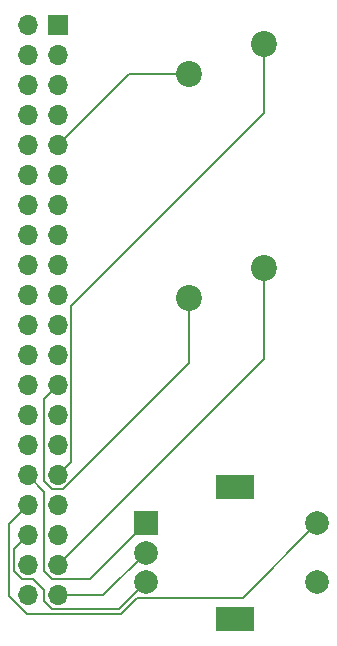
<source format=gbr>
%TF.GenerationSoftware,KiCad,Pcbnew,9.0.0*%
%TF.CreationDate,2025-06-09T17:29:50+05:30*%
%TF.ProjectId,MP3Player,4d503350-6c61-4796-9572-2e6b69636164,rev?*%
%TF.SameCoordinates,Original*%
%TF.FileFunction,Copper,L1,Top*%
%TF.FilePolarity,Positive*%
%FSLAX46Y46*%
G04 Gerber Fmt 4.6, Leading zero omitted, Abs format (unit mm)*
G04 Created by KiCad (PCBNEW 9.0.0) date 2025-06-09 17:29:50*
%MOMM*%
%LPD*%
G01*
G04 APERTURE LIST*
%TA.AperFunction,ComponentPad*%
%ADD10R,1.700000X1.700000*%
%TD*%
%TA.AperFunction,ComponentPad*%
%ADD11O,1.700000X1.700000*%
%TD*%
%TA.AperFunction,ComponentPad*%
%ADD12R,2.000000X2.000000*%
%TD*%
%TA.AperFunction,ComponentPad*%
%ADD13C,2.000000*%
%TD*%
%TA.AperFunction,ComponentPad*%
%ADD14R,3.200000X2.000000*%
%TD*%
%TA.AperFunction,ComponentPad*%
%ADD15C,2.200000*%
%TD*%
%TA.AperFunction,Conductor*%
%ADD16C,0.200000*%
%TD*%
G04 APERTURE END LIST*
D10*
%TO.P,J1,1,3V3*%
%TO.N,Net-(J1-3V3-Pad1)*%
X133000000Y-53860000D03*
D11*
%TO.P,J1,2,5V*%
%TO.N,Net-(J1-5V-Pad2)*%
X130460000Y-53860000D03*
%TO.P,J1,3,SDA_I2C1/GPIO02*%
%TO.N,unconnected-(J1-SDA_I2C1{slash}GPIO02-Pad3)*%
X133000000Y-56400000D03*
%TO.P,J1,4,5V*%
%TO.N,Net-(J1-5V-Pad2)*%
X130460000Y-56400000D03*
%TO.P,J1,5,SCL_I2C1/GPIO03*%
%TO.N,unconnected-(J1-SCL_I2C1{slash}GPIO03-Pad5)*%
X133000000Y-58940000D03*
%TO.P,J1,6,GND*%
%TO.N,Net-(J1-GND-Pad14)*%
X130460000Y-58940000D03*
%TO.P,J1,7,GPCLK0/GPIO04*%
%TO.N,unconnected-(J1-GPCLK0{slash}GPIO04-Pad7)*%
X133000000Y-61480000D03*
%TO.P,J1,8,GPIO14/UART_TXD*%
%TO.N,unconnected-(J1-GPIO14{slash}UART_TXD-Pad8)*%
X130460000Y-61480000D03*
%TO.P,J1,9,GND*%
%TO.N,Net-(J1-GND-Pad14)*%
X133000000Y-64020000D03*
%TO.P,J1,10,GPIO15/UART_RXD*%
%TO.N,unconnected-(J1-GPIO15{slash}UART_RXD-Pad10)*%
X130460000Y-64020000D03*
%TO.P,J1,11,GPIO17/SPI1_~{CE1}*%
%TO.N,unconnected-(J1-GPIO17{slash}SPI1_~{CE1}-Pad11)*%
X133000000Y-66560000D03*
%TO.P,J1,12,GPIO18/SPI1_~{CE0}/PCM_CLK/PWM0*%
%TO.N,unconnected-(J1-GPIO18{slash}SPI1_~{CE0}{slash}PCM_CLK{slash}PWM0-Pad12)*%
X130460000Y-66560000D03*
%TO.P,J1,13,GPIO27/SDIO_DAT3*%
%TO.N,unconnected-(J1-GPIO27{slash}SDIO_DAT3-Pad13)*%
X133000000Y-69100000D03*
%TO.P,J1,14,GND*%
%TO.N,Net-(J1-GND-Pad14)*%
X130460000Y-69100000D03*
%TO.P,J1,15,GPIO22/SDIO_CLK*%
%TO.N,unconnected-(J1-GPIO22{slash}SDIO_CLK-Pad15)*%
X133000000Y-71640000D03*
%TO.P,J1,16,GPIO23/SDIO_CMD*%
%TO.N,unconnected-(J1-GPIO23{slash}SDIO_CMD-Pad16)*%
X130460000Y-71640000D03*
%TO.P,J1,17,3V3*%
%TO.N,Net-(J1-3V3-Pad1)*%
X133000000Y-74180000D03*
%TO.P,J1,18,GPIO24/SDIO_DAT0*%
%TO.N,unconnected-(J1-GPIO24{slash}SDIO_DAT0-Pad18)*%
X130460000Y-74180000D03*
%TO.P,J1,19,MOSI_SPI0/GPIO10*%
%TO.N,unconnected-(J1-MOSI_SPI0{slash}GPIO10-Pad19)*%
X133000000Y-76720000D03*
%TO.P,J1,20,GND*%
%TO.N,Net-(J1-GND-Pad14)*%
X130460000Y-76720000D03*
%TO.P,J1,21,MISO_SPI0/GPIO09*%
%TO.N,unconnected-(J1-MISO_SPI0{slash}GPIO09-Pad21)*%
X133000000Y-79260000D03*
%TO.P,J1,22,GPIO25/SDIO_DAT1*%
%TO.N,unconnected-(J1-GPIO25{slash}SDIO_DAT1-Pad22)*%
X130460000Y-79260000D03*
%TO.P,J1,23,SCLK_SPI0/GPIO11*%
%TO.N,unconnected-(J1-SCLK_SPI0{slash}GPIO11-Pad23)*%
X133000000Y-81800000D03*
%TO.P,J1,24,~{CE0}_SPI0/GPIO08*%
%TO.N,unconnected-(J1-~{CE0}_SPI0{slash}GPIO08-Pad24)*%
X130460000Y-81800000D03*
%TO.P,J1,25,GND*%
%TO.N,Net-(J1-GND-Pad14)*%
X133000000Y-84340000D03*
%TO.P,J1,26,~{CE1}_SPI0/GPIO07*%
%TO.N,unconnected-(J1-~{CE1}_SPI0{slash}GPIO07-Pad26)*%
X130460000Y-84340000D03*
%TO.P,J1,27,ID_SD_I2C0/GPIO00*%
%TO.N,unconnected-(J1-ID_SD_I2C0{slash}GPIO00-Pad27)*%
X133000000Y-86880000D03*
%TO.P,J1,28,ID_SC_I2C0/GPIO01*%
%TO.N,unconnected-(J1-ID_SC_I2C0{slash}GPIO01-Pad28)*%
X130460000Y-86880000D03*
%TO.P,J1,29,GPCLK1/GPIO05*%
%TO.N,Net-(J1-GPCLK1{slash}GPIO05)*%
X133000000Y-89420000D03*
%TO.P,J1,30,GND*%
%TO.N,Net-(J1-GND-Pad14)*%
X130460000Y-89420000D03*
%TO.P,J1,31,GPCLK2/GPIO06*%
%TO.N,Net-(J1-GPCLK2{slash}GPIO06)*%
X133000000Y-91960000D03*
%TO.P,J1,32,GPIO12/PWM0*%
%TO.N,Net-(J1-GPIO12{slash}PWM0)*%
X130460000Y-91960000D03*
%TO.P,J1,33,GPIO13/PWM1*%
%TO.N,unconnected-(J1-GPIO13{slash}PWM1-Pad33)*%
X133000000Y-94500000D03*
%TO.P,J1,34,GND*%
%TO.N,Net-(J1-GND-Pad14)*%
X130460000Y-94500000D03*
%TO.P,J1,35,GPIO19/SPI1_MISO/PCM_FS*%
%TO.N,unconnected-(J1-GPIO19{slash}SPI1_MISO{slash}PCM_FS-Pad35)*%
X133000000Y-97040000D03*
%TO.P,J1,36,GPIO16/SPI1_~{CE2}*%
%TO.N,Net-(J1-GPIO16{slash}SPI1_~{CE2})*%
X130460000Y-97040000D03*
%TO.P,J1,37,GPIO26/SDIO_DAT2*%
%TO.N,Net-(J1-GPIO26{slash}SDIO_DAT2)*%
X133000000Y-99580000D03*
%TO.P,J1,38,GPIO20/SPI1_MOSI/PCM_DIN/PWM1*%
%TO.N,unconnected-(J1-GPIO20{slash}SPI1_MOSI{slash}PCM_DIN{slash}PWM1-Pad38)*%
X130460000Y-99580000D03*
%TO.P,J1,39,GND*%
%TO.N,Net-(J1-GND-Pad14)*%
X133000000Y-102120000D03*
%TO.P,J1,40,GPIO21/SPI1_SCLK/PCM_DOUT*%
%TO.N,unconnected-(J1-GPIO21{slash}SPI1_SCLK{slash}PCM_DOUT-Pad40)*%
X130460000Y-102120000D03*
%TD*%
D12*
%TO.P,SW1,A,A*%
%TO.N,Net-(J1-GPIO12{slash}PWM0)*%
X140500000Y-96000000D03*
D13*
%TO.P,SW1,B,B*%
%TO.N,Net-(J1-GPIO16{slash}SPI1_~{CE2})*%
X140500000Y-101000000D03*
%TO.P,SW1,C,C*%
%TO.N,Net-(J1-GND-Pad14)*%
X140500000Y-98500000D03*
D14*
%TO.P,SW1,MP*%
%TO.N,N/C*%
X148000000Y-92900000D03*
X148000000Y-104100000D03*
D13*
%TO.P,SW1,S1,S1*%
%TO.N,Net-(J1-GPCLK1{slash}GPIO05)*%
X155000000Y-101000000D03*
%TO.P,SW1,S2,S2*%
%TO.N,Net-(J1-GND-Pad14)*%
X155000000Y-96000000D03*
%TD*%
D15*
%TO.P,SW2,1,1*%
%TO.N,Net-(J1-GPCLK2{slash}GPIO06)*%
X150460000Y-55420000D03*
%TO.P,SW2,2,2*%
%TO.N,Net-(J1-GND-Pad14)*%
X144110000Y-57960000D03*
%TD*%
%TO.P,SW3,1,1*%
%TO.N,Net-(J1-GPIO26{slash}SDIO_DAT2)*%
X150460000Y-74380000D03*
%TO.P,SW3,2,2*%
%TO.N,Net-(J1-GND-Pad14)*%
X144110000Y-76920000D03*
%TD*%
D16*
%TO.N,Net-(J1-GND-Pad14)*%
X128908000Y-96052000D02*
X130460000Y-94500000D01*
X132523240Y-93111000D02*
X131849000Y-92436760D01*
X148699000Y-102301000D02*
X139766100Y-102301000D01*
X140500000Y-98500000D02*
X136880000Y-102120000D01*
X144110000Y-57960000D02*
X139060000Y-57960000D01*
X136880000Y-102120000D02*
X133000000Y-102120000D01*
X144110000Y-82477760D02*
X133476760Y-93111000D01*
X130384240Y-103672000D02*
X128908000Y-102195760D01*
X133476760Y-93111000D02*
X132523240Y-93111000D01*
X155000000Y-96000000D02*
X148699000Y-102301000D01*
X131849000Y-85491000D02*
X133000000Y-84340000D01*
X139060000Y-57960000D02*
X133000000Y-64020000D01*
X138395100Y-103672000D02*
X130384240Y-103672000D01*
X144110000Y-76920000D02*
X144110000Y-82477760D01*
X128908000Y-102195760D02*
X128908000Y-96052000D01*
X131849000Y-92436760D02*
X131849000Y-85491000D01*
X139766100Y-102301000D02*
X138395100Y-103672000D01*
%TO.N,Net-(J1-GPIO16{slash}SPI1_~{CE2})*%
X138229000Y-103271000D02*
X132523240Y-103271000D01*
X129309000Y-100056760D02*
X129309000Y-98191000D01*
X131849000Y-101643240D02*
X130936760Y-100731000D01*
X130936760Y-100731000D02*
X129983240Y-100731000D01*
X132523240Y-103271000D02*
X131849000Y-102596760D01*
X131849000Y-102596760D02*
X131849000Y-101643240D01*
X129983240Y-100731000D02*
X129309000Y-100056760D01*
X140500000Y-101000000D02*
X138229000Y-103271000D01*
X129309000Y-98191000D02*
X130460000Y-97040000D01*
%TO.N,Net-(J1-GPIO26{slash}SDIO_DAT2)*%
X150460000Y-74380000D02*
X150460000Y-82120000D01*
X150460000Y-82120000D02*
X133000000Y-99580000D01*
%TO.N,Net-(J1-GPCLK2{slash}GPIO06)*%
X134151000Y-90809000D02*
X133000000Y-91960000D01*
X134151000Y-77593816D02*
X134151000Y-90809000D01*
X150460000Y-61284816D02*
X134151000Y-77593816D01*
X150460000Y-55420000D02*
X150460000Y-61284816D01*
%TO.N,Net-(J1-GPIO12{slash}PWM0)*%
X135769000Y-100731000D02*
X132523240Y-100731000D01*
X140500000Y-96000000D02*
X135769000Y-100731000D01*
X132523240Y-100731000D02*
X131849000Y-100056760D01*
X131849000Y-93349000D02*
X130460000Y-91960000D01*
X131849000Y-100056760D02*
X131849000Y-93349000D01*
%TD*%
M02*

</source>
